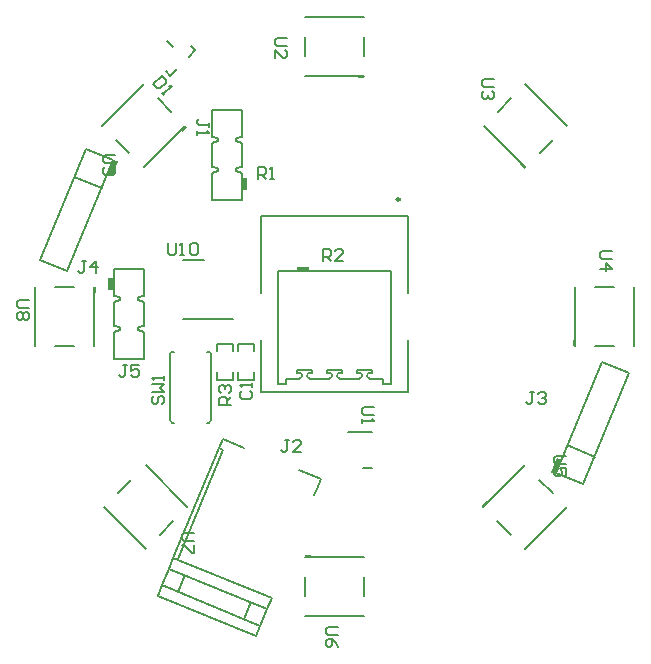
<source format=gto>
G04 Layer_Color=65535*
%FSLAX25Y25*%
%MOIN*%
G70*
G01*
G75*
%ADD34C,0.00984*%
%ADD35C,0.00787*%
%ADD36C,0.00700*%
G04:AMPARAMS|DCode=37|XSize=32.48mil|YSize=7.87mil|CornerRadius=0mil|HoleSize=0mil|Usage=FLASHONLY|Rotation=315.000|XOffset=0mil|YOffset=0mil|HoleType=Round|Shape=Rectangle|*
%AMROTATEDRECTD37*
4,1,4,-0.01427,0.00870,-0.00870,0.01427,0.01427,-0.00870,0.00870,-0.01427,-0.01427,0.00870,0.0*
%
%ADD37ROTATEDRECTD37*%

%ADD38R,0.01890X0.03937*%
G04:AMPARAMS|DCode=39|XSize=52mil|YSize=15mil|CornerRadius=0mil|HoleSize=0mil|Usage=FLASHONLY|Rotation=67.500|XOffset=0mil|YOffset=0mil|HoleType=Round|Shape=Rectangle|*
%AMROTATEDRECTD39*
4,1,4,-0.00302,-0.02689,-0.01688,-0.02115,0.00302,0.02689,0.01688,0.02115,-0.00302,-0.02689,0.0*
%
%ADD39ROTATEDRECTD39*%

%ADD40R,0.01890X0.03937*%
%ADD41R,0.04331X0.01229*%
%ADD42R,0.01968X0.00787*%
G04:AMPARAMS|DCode=43|XSize=7.87mil|YSize=19.68mil|CornerRadius=0mil|HoleSize=0mil|Usage=FLASHONLY|Rotation=225.000|XOffset=0mil|YOffset=0mil|HoleType=Round|Shape=Rectangle|*
%AMROTATEDRECTD43*
4,1,4,-0.00418,0.00974,0.00974,-0.00418,0.00418,-0.00974,-0.00974,0.00418,-0.00418,0.00974,0.0*
%
%ADD43ROTATEDRECTD43*%

%ADD44R,0.00787X0.01968*%
G04:AMPARAMS|DCode=45|XSize=7.87mil|YSize=19.68mil|CornerRadius=0mil|HoleSize=0mil|Usage=FLASHONLY|Rotation=135.000|XOffset=0mil|YOffset=0mil|HoleType=Round|Shape=Rectangle|*
%AMROTATEDRECTD45*
4,1,4,0.00974,0.00418,-0.00418,-0.00974,-0.00974,-0.00418,0.00418,0.00974,0.00974,0.00418,0.0*
%
%ADD45ROTATEDRECTD45*%

D34*
X366252Y332575D02*
G03*
X366252Y332575I-492J0D01*
G01*
D35*
X336350Y274850D02*
G03*
X336350Y272850I0J-1000D01*
G01*
X332650Y272850D02*
G03*
X332650Y274850I0J1000D01*
G01*
X356350Y274850D02*
G03*
X356350Y272850I0J-1000D01*
G01*
X352650D02*
G03*
X352650Y274850I0J1000D01*
G01*
X346350D02*
G03*
X346350Y272850I0J-1000D01*
G01*
X342650D02*
G03*
X342650Y274850I0J1000D01*
G01*
X302602Y258189D02*
G03*
X303390Y258976I0J787D01*
G01*
X290398Y281811D02*
G03*
X289610Y281024I0J-787D01*
G01*
X289610Y258976D02*
G03*
X290398Y258189I787J0D01*
G01*
X303390Y281024D02*
G03*
X302602Y281811I-787J0D01*
G01*
X296733Y383619D02*
X298125Y382227D01*
X295897Y380000D02*
X298125Y382227D01*
X288381Y375267D02*
X289773Y373875D01*
X292000Y376103D01*
X305500Y352500D02*
X305500Y353000D01*
Y342000D02*
Y342500D01*
X303500Y343540D02*
Y351460D01*
X313500Y353540D02*
Y362500D01*
X303500Y343540D02*
X305500Y343000D01*
X305500Y352500D02*
X305500Y352000D01*
X311500Y353000D02*
X313500Y353540D01*
X303500Y341460D02*
X305500Y342000D01*
X311500Y352000D02*
X313500Y351460D01*
X303500Y362500D02*
X313500Y362500D01*
X303500Y351460D02*
X305500Y352000D01*
X311500Y343000D02*
X311500Y342500D01*
X313500Y343540D02*
Y351460D01*
X303500Y332500D02*
X313500Y332500D01*
Y341460D01*
X303500Y332500D02*
Y341460D01*
X305500Y342500D02*
Y343000D01*
X311500D02*
X313500Y343540D01*
X311500Y352500D02*
Y353000D01*
X303500Y353540D02*
X303500Y362500D01*
X303500Y353540D02*
X305500Y353000D01*
X311500Y342000D02*
X311500Y342500D01*
X311500Y352000D02*
Y352500D01*
Y342000D02*
X313500Y341460D01*
X279000Y289000D02*
Y289500D01*
Y299500D02*
Y300000D01*
X281000Y290540D02*
Y298460D01*
X271000Y279500D02*
Y288460D01*
X279000Y299000D02*
X281000Y298460D01*
X279000Y289500D02*
Y290000D01*
X271000Y288460D02*
X273000Y289000D01*
X279000Y300000D02*
X281000Y300540D01*
X271000Y290540D02*
X273000Y290000D01*
X271000Y279500D02*
X281000D01*
X279000Y290000D02*
X281000Y290540D01*
X273000Y299000D02*
Y299500D01*
X271000Y290540D02*
Y298460D01*
Y309500D02*
X281000D01*
X271000Y300540D02*
Y309500D01*
X281000Y300540D02*
Y309500D01*
X279000Y299000D02*
Y299500D01*
X271000Y298460D02*
X273000Y299000D01*
Y289000D02*
Y289500D01*
X281000Y279500D02*
Y288460D01*
X279000Y289000D02*
X281000Y288460D01*
X273000Y299500D02*
Y300000D01*
Y289500D02*
Y290000D01*
X271000Y300540D02*
X273000Y300000D01*
X319894Y268303D02*
X369106D01*
X319894D02*
Y285626D01*
X369106Y268303D02*
Y285626D01*
Y301374D02*
Y326965D01*
X319894Y301374D02*
Y326965D01*
X369106D01*
X342000Y274850D02*
X342000Y275850D01*
X352000D02*
X357000D01*
X332000Y274850D02*
X332650D01*
X342000Y274850D02*
X342650Y274850D01*
X336350Y274850D02*
X337000Y274850D01*
X360750Y272850D02*
X360750Y271150D01*
X356350Y272850D02*
X360750D01*
X325650Y308850D02*
X363350D01*
X352000Y274850D02*
X352650Y274850D01*
X346350Y272850D02*
X352650D01*
X336350D02*
X342650D01*
X342000Y275850D02*
X347000D01*
X352000Y274850D02*
Y275850D01*
X360750Y271150D02*
X363350Y271150D01*
X325650D02*
Y308850D01*
X346350Y274850D02*
X347000D01*
X337000Y274850D02*
Y275850D01*
X328250Y272850D02*
X328250Y271150D01*
X357000Y274850D02*
X357000Y275850D01*
X328250Y272850D02*
X332650D01*
X363350Y271150D02*
Y308850D01*
X332000Y274850D02*
Y275850D01*
X356350Y274850D02*
X357000Y274850D01*
X332000Y275850D02*
X337000D01*
X325650Y271150D02*
X328250Y271150D01*
X347000Y274850D02*
Y275850D01*
X290398Y258189D02*
X290988D01*
X303390Y281024D02*
X303390Y258976D01*
X289610Y281024D02*
X289610Y258976D01*
X290398Y281811D02*
X290988Y281811D01*
X302012Y281811D02*
X302602D01*
X302012Y258189D02*
X302602Y258189D01*
X334658Y386650D02*
X334658Y380350D01*
X354343D02*
X354343Y386650D01*
X334658Y393342D02*
X354343D01*
X334658Y373657D02*
X354343D01*
X398953Y361872D02*
X403407Y366326D01*
X412872Y347953D02*
X417326Y352407D01*
X408140Y371059D02*
X422059Y357140D01*
X394220D02*
X408140Y343220D01*
X431350Y303343D02*
X437650Y303343D01*
X431350Y283658D02*
X437650Y283658D01*
X444343D02*
Y303343D01*
X424657Y283658D02*
Y303343D01*
X412733Y239187D02*
X417187Y234733D01*
X398813Y225267D02*
X403267Y220813D01*
X408000Y216081D02*
X421919Y230000D01*
X394081Y230000D02*
X408000Y243919D01*
X354343Y206650D02*
X354343Y200350D01*
X334658Y200350D02*
X334658Y206650D01*
X334658Y193658D02*
X354343D01*
X334658Y213342D02*
X354343D01*
X286233Y220813D02*
X290687Y225267D01*
X272313Y234733D02*
X276767Y239187D01*
X267581Y230000D02*
X281500Y216081D01*
X281500Y243919D02*
X295419Y230000D01*
X293957Y292657D02*
X310492D01*
X293957Y312343D02*
X301043D01*
X251350Y283658D02*
X257650Y283658D01*
X251350Y303343D02*
X257650Y303343D01*
X244657Y283658D02*
Y303343D01*
X264342Y283658D02*
Y303343D01*
X271674Y352407D02*
X276128Y347953D01*
X285593Y366326D02*
X290047Y361872D01*
X266941Y357140D02*
X280860Y371059D01*
Y343220D02*
X294780Y357140D01*
X353925Y242898D02*
X356976Y242898D01*
X349102Y255102D02*
X356878D01*
D36*
X310727Y281900D02*
X310727Y284498D01*
X305280D02*
X310727D01*
X305280Y281900D02*
Y284498D01*
Y272502D02*
Y275100D01*
Y272502D02*
X310727Y272502D01*
X310727Y275100D01*
X317727Y281900D02*
X317727Y284498D01*
X312280D02*
X317727D01*
X312280Y281900D02*
Y284498D01*
Y272502D02*
Y275100D01*
Y272502D02*
X317727D01*
X317727Y275100D02*
X317727Y272502D01*
X286998Y204085D02*
X289258Y209541D01*
X290765Y213178D02*
X323501Y199619D01*
X292220Y212576D02*
X307286Y248949D01*
X289258Y209541D02*
X321994Y195981D01*
X292454Y201825D02*
X294714Y207281D01*
X290765Y213178D02*
X305831Y249552D01*
X289258Y209541D02*
X290765Y213178D01*
X337814Y234174D02*
X338567Y235992D01*
X321994Y195981D02*
X323501Y199619D01*
X332648Y242279D02*
X339923Y239265D01*
X305831Y249552D02*
X307187Y252825D01*
X285492Y200448D02*
X318228Y186888D01*
X305831Y249552D02*
X307286Y248949D01*
X319734Y190525D02*
X321994Y195981D01*
X285492Y200448D02*
X286998Y204085D01*
X338567Y235992D02*
X339923Y239265D01*
X286998Y204085D02*
X319734Y190525D01*
X318228Y186888D02*
X319734Y190525D01*
X314278Y192785D02*
X316538Y198241D01*
X307187Y252825D02*
X314461Y249812D01*
X422054Y250675D02*
X431293Y246848D01*
X418227Y241436D02*
X427466Y237609D01*
X418227Y241436D02*
X433534Y278391D01*
X442773Y274564D01*
X427466Y237609D02*
X442773Y274564D01*
X257707Y340152D02*
X266946Y336325D01*
X261534Y349391D02*
X270773Y345564D01*
X255466Y308609D02*
X270773Y345564D01*
X246227Y312436D02*
X255466Y308609D01*
X246227Y312436D02*
X261534Y349391D01*
X286873Y373812D02*
X284045Y370984D01*
X285459Y369571D01*
X286401D01*
X288286Y371456D01*
Y372398D01*
X286873Y373812D01*
Y368157D02*
X287815Y367214D01*
X287344Y367686D01*
X290171Y370513D01*
X289229D01*
X310000Y264000D02*
X306001D01*
Y265999D01*
X306668Y266666D01*
X308001D01*
X308667Y265999D01*
Y264000D01*
Y265333D02*
X310000Y266666D01*
X306668Y267999D02*
X306001Y268665D01*
Y269998D01*
X306668Y270665D01*
X307334D01*
X308001Y269998D01*
Y269332D01*
Y269998D01*
X308667Y270665D01*
X309334D01*
X310000Y269998D01*
Y268665D01*
X309334Y267999D01*
X313668Y268666D02*
X313001Y267999D01*
Y266666D01*
X313668Y266000D01*
X316334D01*
X317000Y266666D01*
Y267999D01*
X316334Y268666D01*
X317000Y269999D02*
Y271332D01*
Y270665D01*
X313001D01*
X313668Y269999D01*
X302499Y356834D02*
Y358167D01*
Y357501D01*
X299166D01*
X298500Y358167D01*
Y358834D01*
X299166Y359500D01*
X298500Y355501D02*
Y354168D01*
Y354835D01*
X302499D01*
X301832Y355501D01*
X329166Y252499D02*
X327833D01*
X328499D01*
Y249166D01*
X327833Y248500D01*
X327166D01*
X326500Y249166D01*
X333165Y248500D02*
X330499D01*
X333165Y251166D01*
Y251832D01*
X332498Y252499D01*
X331165D01*
X330499Y251832D01*
X411017Y268440D02*
X409684D01*
X410350D01*
Y265108D01*
X409684Y264441D01*
X409017D01*
X408351Y265108D01*
X412350Y267774D02*
X413016Y268440D01*
X414349D01*
X415015Y267774D01*
Y267107D01*
X414349Y266441D01*
X413682D01*
X414349D01*
X415015Y265774D01*
Y265108D01*
X414349Y264441D01*
X413016D01*
X412350Y265108D01*
X261666Y311999D02*
X260333D01*
X260999D01*
Y308666D01*
X260333Y308000D01*
X259666D01*
X259000Y308666D01*
X264998Y308000D02*
Y311999D01*
X262999Y309999D01*
X265665D01*
X275166Y277499D02*
X273833D01*
X274499D01*
Y274166D01*
X273833Y273500D01*
X273166D01*
X272500Y274166D01*
X279165Y277499D02*
X276499D01*
Y275499D01*
X277832Y276166D01*
X278498D01*
X279165Y275499D01*
Y274166D01*
X278498Y273500D01*
X277165D01*
X276499Y274166D01*
X319000Y339500D02*
Y343499D01*
X320999D01*
X321666Y342832D01*
Y341499D01*
X320999Y340833D01*
X319000D01*
X320333D02*
X321666Y339500D01*
X322999D02*
X324332D01*
X323665D01*
Y343499D01*
X322999Y342832D01*
X340500Y312000D02*
Y315999D01*
X342499D01*
X343166Y315332D01*
Y313999D01*
X342499Y313333D01*
X340500D01*
X341833D02*
X343166Y312000D01*
X347165D02*
X344499D01*
X347165Y314666D01*
Y315332D01*
X346498Y315999D01*
X345165D01*
X344499Y315332D01*
X284168Y267166D02*
X283501Y266499D01*
Y265166D01*
X284168Y264500D01*
X284834D01*
X285501Y265166D01*
Y266499D01*
X286167Y267166D01*
X286834D01*
X287500Y266499D01*
Y265166D01*
X286834Y264500D01*
X283501Y268499D02*
X287500D01*
X286167Y269832D01*
X287500Y271164D01*
X283501D01*
X287500Y272497D02*
Y273830D01*
Y273164D01*
X283501D01*
X284168Y272497D01*
X328499Y386500D02*
X325166D01*
X324500Y385834D01*
Y384501D01*
X325166Y383834D01*
X328499D01*
X324500Y379836D02*
Y382501D01*
X327166Y379836D01*
X327832D01*
X328499Y380502D01*
Y381835D01*
X327832Y382501D01*
X397499Y372779D02*
X394166D01*
X393500Y372113D01*
Y370780D01*
X394166Y370113D01*
X397499D01*
X396832Y368780D02*
X397499Y368114D01*
Y366781D01*
X396832Y366115D01*
X396166D01*
X395499Y366781D01*
Y367448D01*
Y366781D01*
X394833Y366115D01*
X394166D01*
X393500Y366781D01*
Y368114D01*
X394166Y368780D01*
X436999Y315500D02*
X433666D01*
X433000Y314834D01*
Y313501D01*
X433666Y312834D01*
X436999D01*
X433000Y309502D02*
X436999D01*
X434999Y311501D01*
Y308836D01*
X421638Y247140D02*
X418306D01*
X417640Y246473D01*
Y245140D01*
X418306Y244474D01*
X421638D01*
Y240475D02*
Y243141D01*
X419639D01*
X420305Y241808D01*
Y241142D01*
X419639Y240475D01*
X418306D01*
X417640Y241142D01*
Y242474D01*
X418306Y243141D01*
X345499Y190000D02*
X342166D01*
X341500Y189333D01*
Y188001D01*
X342166Y187334D01*
X345499D01*
Y183335D02*
X344832Y184668D01*
X343499Y186001D01*
X342166D01*
X341500Y185335D01*
Y184002D01*
X342166Y183335D01*
X342833D01*
X343499Y184002D01*
Y186001D01*
X297638Y221360D02*
X294306D01*
X293640Y220694D01*
Y219361D01*
X294306Y218695D01*
X297638D01*
Y217362D02*
Y214696D01*
X296972D01*
X294306Y217362D01*
X293640D01*
X289000Y317999D02*
Y314666D01*
X289666Y314000D01*
X290999D01*
X291666Y314666D01*
Y317999D01*
X292999Y314000D02*
X294332D01*
X293665D01*
Y317999D01*
X292999Y317332D01*
X296331D02*
X296997Y317999D01*
X298330D01*
X298997Y317332D01*
Y314666D01*
X298330Y314000D01*
X296997D01*
X296331Y314666D01*
Y317332D01*
X242499Y299000D02*
X239166D01*
X238500Y298334D01*
Y297001D01*
X239166Y296334D01*
X242499D01*
X241832Y295001D02*
X242499Y294335D01*
Y293002D01*
X241832Y292336D01*
X241166D01*
X240499Y293002D01*
X239833Y292336D01*
X239166D01*
X238500Y293002D01*
Y294335D01*
X239166Y295001D01*
X239833D01*
X240499Y294335D01*
X241166Y295001D01*
X241832D01*
X240499Y294335D02*
Y293002D01*
X271219Y347500D02*
X267887D01*
X267221Y346834D01*
Y345501D01*
X267887Y344834D01*
X271219D01*
X267887Y343501D02*
X267221Y342835D01*
Y341502D01*
X267887Y340835D01*
X270553D01*
X271219Y341502D01*
Y342835D01*
X270553Y343501D01*
X269887D01*
X269220Y342835D01*
Y340835D01*
X357499Y263500D02*
X354166D01*
X353500Y262834D01*
Y261501D01*
X354166Y260834D01*
X357499D01*
X353500Y259501D02*
Y258168D01*
Y258835D01*
X357499D01*
X356832Y259501D01*
D37*
X289738Y384489D02*
D03*
D38*
X314445Y337657D02*
D03*
D39*
X418414Y243848D02*
D03*
X270586Y343152D02*
D03*
D40*
X270055Y304342D02*
D03*
D41*
X334067Y309464D02*
D03*
D42*
X353356Y373265D02*
D03*
X335643Y213735D02*
D03*
D43*
X407165Y343639D02*
D03*
X282475Y243501D02*
D03*
D44*
X424265Y284644D02*
D03*
X264735Y302357D02*
D03*
D45*
X394499Y230975D02*
D03*
X294361Y356165D02*
D03*
M02*

</source>
